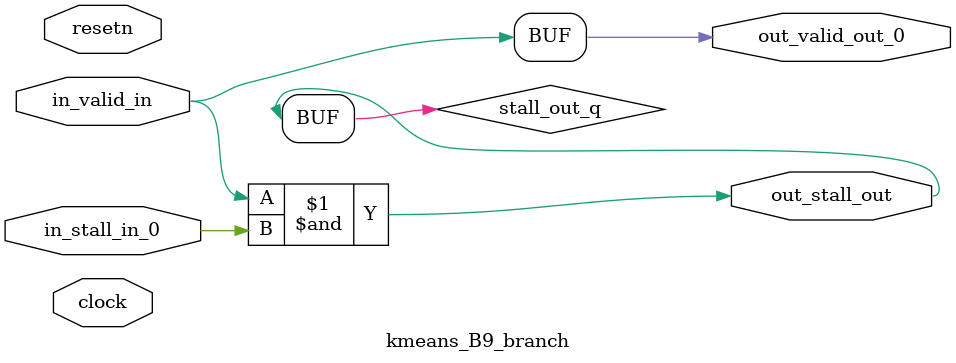
<source format=sv>



(* altera_attribute = "-name AUTO_SHIFT_REGISTER_RECOGNITION OFF; -name MESSAGE_DISABLE 10036; -name MESSAGE_DISABLE 10037; -name MESSAGE_DISABLE 14130; -name MESSAGE_DISABLE 14320; -name MESSAGE_DISABLE 15400; -name MESSAGE_DISABLE 14130; -name MESSAGE_DISABLE 10036; -name MESSAGE_DISABLE 12020; -name MESSAGE_DISABLE 12030; -name MESSAGE_DISABLE 12010; -name MESSAGE_DISABLE 12110; -name MESSAGE_DISABLE 14320; -name MESSAGE_DISABLE 13410; -name MESSAGE_DISABLE 113007; -name MESSAGE_DISABLE 10958" *)
module kmeans_B9_branch (
    input wire [0:0] in_stall_in_0,
    input wire [0:0] in_valid_in,
    output wire [0:0] out_stall_out,
    output wire [0:0] out_valid_out_0,
    input wire clock,
    input wire resetn
    );

    wire [0:0] stall_out_q;


    // stall_out(LOGICAL,6)
    assign stall_out_q = in_valid_in & in_stall_in_0;

    // out_stall_out(GPOUT,4)
    assign out_stall_out = stall_out_q;

    // out_valid_out_0(GPOUT,5)
    assign out_valid_out_0 = in_valid_in;

endmodule

</source>
